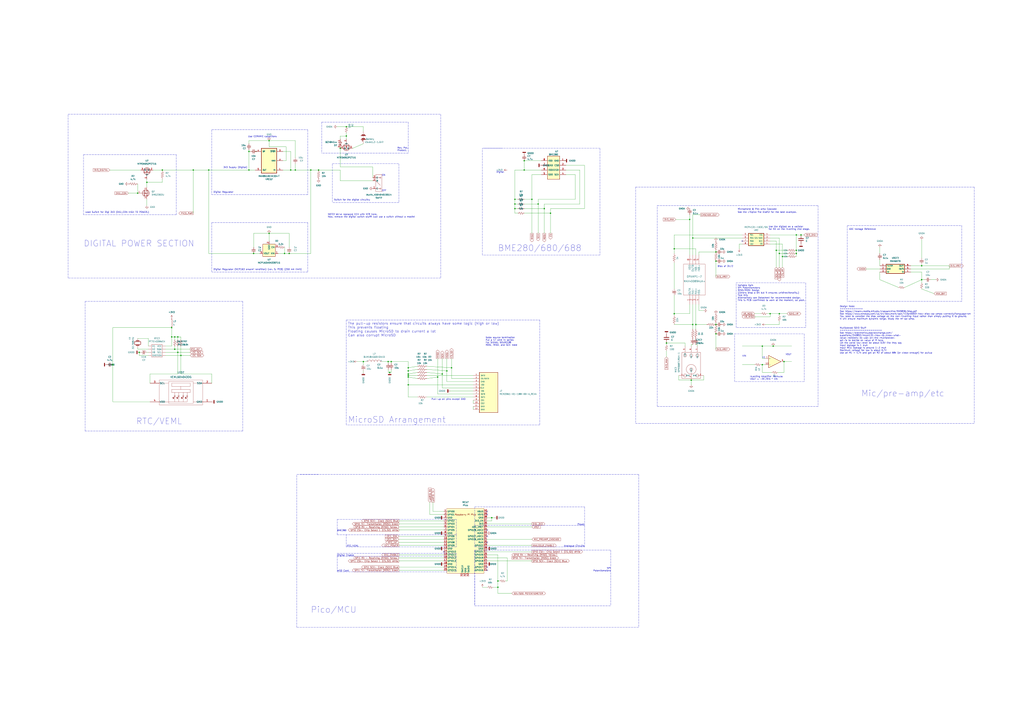
<source format=kicad_sch>
(kicad_sch (version 20211123) (generator eeschema)
  (paper "A1")
  (junction (at 335.28 308.61))
  (junction (at 588.01 274.32))
  (junction (at 146.05 289.56))
  (junction (at 242.57 139.7))
  (junction (at 588.01 214.63))
  (junction (at 148.59 292.1))
  (junction (at 640.08 208.28))
  (junction (at 568.96 195.58))
  (junction (at 233.68 208.28))
  (junction (at 335.28 302.26))
  (junction (at 553.72 257.81))
  (junction (at 436.88 163.83))
  (junction (at 220.98 115.57))
  (junction (at 553.72 204.47))
  (junction (at 643.89 297.18))
  (junction (at 143.51 276.86))
  (junction (at 403.86 425.45))
  (junction (at 335.28 309.88))
  (junction (at 654.05 193.04))
  (junction (at 408.94 482.6))
  (junction (at 143.51 287.02))
  (junction (at 626.11 284.48))
  (junction (at 133.35 139.7))
  (junction (at 422.91 171.45))
  (junction (at 370.84 302.26))
  (junction (at 657.86 193.04))
  (junction (at 588.01 266.7))
  (junction (at 571.5 266.7))
  (junction (at 261.62 139.7))
  (junction (at 654.05 205.74))
  (junction (at 363.22 307.34))
  (junction (at 114.3 289.56))
  (junction (at 654.05 208.28))
  (junction (at 208.28 208.28))
  (junction (at 642.62 210.82))
  (junction (at 298.45 297.18))
  (junction (at 284.48 104.14))
  (junction (at 238.76 139.7))
  (junction (at 637.54 205.74))
  (junction (at 320.04 306.07))
  (junction (at 567.69 312.42))
  (junction (at 255.27 139.7))
  (junction (at 146.05 276.86))
  (junction (at 204.47 124.46))
  (junction (at 447.04 171.45))
  (junction (at 452.12 175.26))
  (junction (at 367.03 304.8))
  (junction (at 158.75 139.7))
  (junction (at 756.92 218.44))
  (junction (at 441.96 167.64))
  (junction (at 359.41 309.88))
  (junction (at 284.48 111.76))
  (junction (at 204.47 139.7))
  (junction (at 279.4 121.92))
  (junction (at 756.92 229.87))
  (junction (at 632.46 257.81))
  (junction (at 120.65 149.86))
  (junction (at 588.01 207.01))
  (junction (at 335.28 307.34))
  (junction (at 140.97 276.86))
  (junction (at 140.97 269.24))
  (junction (at 635 284.48))
  (junction (at 566.42 180.34))
  (junction (at 335.28 304.8))
  (junction (at 547.37 281.94))
  (junction (at 422.91 167.64))
  (junction (at 237.49 208.28))
  (junction (at 422.91 163.83))
  (junction (at 626.11 299.72))
  (junction (at 408.94 477.52))
  (junction (at 318.77 297.18))
  (junction (at 640.08 257.81))
  (junction (at 220.98 191.77))
  (junction (at 113.03 158.75))
  (junction (at 171.45 139.7))
  (junction (at 568.96 266.7))
  (junction (at 321.31 297.18))
  (junction (at 335.28 316.23))
  (junction (at 430.53 139.7))
  (junction (at 92.71 299.72))
  (junction (at 430.53 132.08))
  (no_connect (at 364.49 453.39))
  (no_connect (at 400.05 440.69))
  (no_connect (at 400.05 468.63))
  (no_connect (at 400.05 422.91))
  (no_connect (at 609.6 198.12))
  (no_connect (at 400.05 420.37))
  (no_connect (at 400.05 466.09))
  (no_connect (at 400.05 445.77))
  (no_connect (at 400.05 435.61))
  (wire (pts (xy 626.11 284.48) (xy 635 284.48)))
  (wire (pts (xy 654.05 193.04) (xy 654.05 205.74)))
  (wire (pts (xy 318.77 306.07) (xy 320.04 306.07)))
  (wire (pts (xy 562.61 281.94) (xy 547.37 281.94)))
  (wire (pts (xy 756.92 237.49) (xy 767.08 241.3)))
  (wire (pts (xy 607.06 204.47) (xy 607.06 200.66)))
  (polyline (pts (xy 173.99 182.88) (xy 252.73 182.88)))
  (polyline (pts (xy 800.1 347.98) (xy 521.97 347.98)))
  (polyline (pts (xy 173.99 182.88) (xy 173.99 223.52)))
  (polyline (pts (xy 252.73 160.02) (xy 173.99 160.02)))
  (wire (pts (xy 756.92 196.85) (xy 756.92 212.09)))
  (wire (pts (xy 430.53 167.64) (xy 441.96 167.64)))
  (polyline (pts (xy 276.86 439.42) (xy 276.86 426.72)))
  (wire (pts (xy 642.62 200.66) (xy 642.62 210.82)))
  (wire (pts (xy 416.56 458.47) (xy 416.56 477.52)))
  (wire (pts (xy 363.22 318.77) (xy 388.62 318.77)))
  (polyline (pts (xy 660.4 313.69) (xy 603.25 313.69)))
  (wire (pts (xy 571.5 250.19) (xy 571.5 266.7)))
  (polyline (pts (xy 374.65 439.42) (xy 374.65 426.72)))
  (wire (pts (xy 359.41 294.64) (xy 359.41 309.88)))
  (wire (pts (xy 562.61 284.48) (xy 562.61 281.94)))
  (wire (pts (xy 220.98 120.65) (xy 220.98 115.57)))
  (wire (pts (xy 632.46 200.66) (xy 642.62 200.66)))
  (wire (pts (xy 609.6 193.04) (xy 553.72 193.04)))
  (wire (pts (xy 408.94 455.93) (xy 408.94 477.52)))
  (wire (pts (xy 92.71 299.72) (xy 92.71 269.24)))
  (wire (pts (xy 436.88 461.01) (xy 400.05 461.01)))
  (wire (pts (xy 566.42 176.53) (xy 566.42 180.34)))
  (wire (pts (xy 444.5 132.08) (xy 430.53 132.08)))
  (wire (pts (xy 619.76 260.35) (xy 632.46 260.35)))
  (wire (pts (xy 571.5 266.7) (xy 580.39 266.7)))
  (wire (pts (xy 234.95 132.08) (xy 234.95 120.65)))
  (wire (pts (xy 553.72 204.47) (xy 571.5 204.47)))
  (wire (pts (xy 629.92 257.81) (xy 632.46 257.81)))
  (wire (pts (xy 722.63 223.52) (xy 722.63 229.87)))
  (wire (pts (xy 403.86 427.99) (xy 403.86 425.45)))
  (wire (pts (xy 242.57 139.7) (xy 242.57 134.62)))
  (wire (pts (xy 756.92 229.87) (xy 756.92 232.41)))
  (polyline (pts (xy 661.67 232.41) (xy 661.67 269.24)))
  (polyline (pts (xy 389.89 497.84) (xy 501.65 497.84)))
  (wire (pts (xy 350.52 308.61) (xy 388.62 308.61)))
  (polyline (pts (xy 603.25 274.32) (xy 660.4 274.32)))
  (wire (pts (xy 722.63 213.36) (xy 722.63 218.44)))
  (wire (pts (xy 209.55 139.7) (xy 204.47 139.7)))
  (wire (pts (xy 335.28 309.88) (xy 342.9 311.15)))
  (polyline (pts (xy 374.65 426.72) (xy 276.86 426.72)))
  (polyline (pts (xy 243.84 515.62) (xy 243.84 389.89)))
  (polyline (pts (xy 199.39 247.65) (xy 199.39 354.33)))
  (polyline (pts (xy 480.06 431.8) (xy 389.89 431.8)))
  (wire (pts (xy 472.44 163.83) (xy 441.96 163.83)))
  (wire (pts (xy 574.04 250.19) (xy 574.04 255.27)))
  (wire (pts (xy 422.91 139.7) (xy 430.53 139.7)))
  (wire (pts (xy 436.88 453.39) (xy 400.05 453.39)))
  (polyline (pts (xy 361.95 228.6) (xy 55.88 228.6)))
  (polyline (pts (xy 603.25 313.69) (xy 603.25 274.32)))
  (polyline (pts (xy 396.24 209.55) (xy 396.24 121.92)))
  (wire (pts (xy 140.97 276.86) (xy 140.97 284.48)))
  (polyline (pts (xy 144.78 127) (xy 144.78 176.53)))
  (wire (pts (xy 367.03 294.64) (xy 367.03 304.8)))
  (wire (pts (xy 204.47 124.46) (xy 205.74 124.46)))
  (wire (pts (xy 452.12 175.26) (xy 452.12 171.45)))
  (wire (pts (xy 208.28 208.28) (xy 213.36 208.28)))
  (wire (pts (xy 284.48 111.76) (xy 284.48 114.3)))
  (wire (pts (xy 327.66 466.09) (xy 364.49 466.09)))
  (polyline (pts (xy 276.86 439.42) (xy 374.65 439.42)))
  (wire (pts (xy 400.05 433.07) (xy 436.88 433.07)))
  (polyline (pts (xy 69.85 354.33) (xy 69.85 247.65)))
  (wire (pts (xy 327.66 430.53) (xy 364.49 430.53)))
  (wire (pts (xy 464.82 143.51) (xy 472.44 143.51)))
  (wire (pts (xy 568.96 195.58) (xy 609.6 195.58)))
  (polyline (pts (xy 68.58 127) (xy 144.78 127)))
  (polyline (pts (xy 374.65 449.58) (xy 284.48 449.58)))
  (wire (pts (xy 335.28 302.26) (xy 335.28 304.8)))
  (wire (pts (xy 148.59 284.48) (xy 148.59 292.1)))
  (wire (pts (xy 359.41 323.85) (xy 388.62 323.85)))
  (wire (pts (xy 121.92 284.48) (xy 121.92 278.13)))
  (wire (pts (xy 452.12 171.45) (xy 480.06 171.45)))
  (wire (pts (xy 238.76 139.7) (xy 232.41 139.7)))
  (polyline (pts (xy 264.16 100.33) (xy 335.28 100.33)))
  (wire (pts (xy 405.13 482.6) (xy 408.94 482.6)))
  (wire (pts (xy 92.71 269.24) (xy 140.97 269.24)))
  (wire (pts (xy 321.31 297.18) (xy 335.28 297.18)))
  (polyline (pts (xy 389.89 449.58) (xy 480.06 449.58)))
  (polyline (pts (xy 492.76 209.55) (xy 396.24 209.55)))
  (wire (pts (xy 364.49 422.91) (xy 353.06 422.91)))
  (wire (pts (xy 350.52 303.53) (xy 367.03 304.8)))
  (wire (pts (xy 233.68 208.28) (xy 237.49 208.28)))
  (polyline (pts (xy 273.05 134.62) (xy 273.05 166.37)))
  (wire (pts (xy 146.05 289.56) (xy 146.05 307.34)))
  (wire (pts (xy 335.28 307.34) (xy 342.9 306.07)))
  (wire (pts (xy 567.69 284.48) (xy 567.69 283.21)))
  (wire (pts (xy 422.91 171.45) (xy 425.45 171.45)))
  (wire (pts (xy 220.98 198.12) (xy 220.98 191.77)))
  (wire (pts (xy 234.95 120.65) (xy 220.98 120.65)))
  (polyline (pts (xy 335.28 125.73) (xy 264.16 125.73)))
  (wire (pts (xy 640.08 257.81) (xy 646.43 257.81)))
  (wire (pts (xy 557.53 308.61) (xy 557.53 312.42)))
  (wire (pts (xy 92.71 330.2) (xy 92.71 299.72)))
  (wire (pts (xy 408.94 477.52) (xy 410.21 477.52)))
  (wire (pts (xy 632.46 257.81) (xy 640.08 257.81)))
  (wire (pts (xy 335.28 309.88) (xy 335.28 316.23)))
  (polyline (pts (xy 492.76 121.92) (xy 492.76 209.55)))
  (wire (pts (xy 143.51 279.4) (xy 143.51 276.86)))
  (wire (pts (xy 318.77 297.18) (xy 321.31 297.18)))
  (wire (pts (xy 158.75 139.7) (xy 171.45 139.7)))
  (wire (pts (xy 742.95 236.22) (xy 756.92 229.87)))
  (polyline (pts (xy 789.94 185.42) (xy 789.94 247.65)))
  (wire (pts (xy 237.49 208.28) (xy 255.27 208.28)))
  (wire (pts (xy 643.89 306.07) (xy 643.89 297.18)))
  (wire (pts (xy 261.62 139.7) (xy 279.4 139.7)))
  (wire (pts (xy 628.65 294.64) (xy 626.11 294.64)))
  (wire (pts (xy 400.05 427.99) (xy 403.86 427.99)))
  (wire (pts (xy 607.06 200.66) (xy 609.6 200.66)))
  (wire (pts (xy 143.51 276.86) (xy 146.05 276.86)))
  (wire (pts (xy 279.4 139.7) (xy 279.4 148.59)))
  (polyline (pts (xy 480.06 449.58) (xy 480.06 431.8)))
  (wire (pts (xy 367.03 304.8) (xy 367.03 313.69)))
  (polyline (pts (xy 173.99 106.68) (xy 252.73 106.68)))
  (polyline (pts (xy 389.89 452.12) (xy 501.65 452.12)))
  (wire (pts (xy 318.77 303.53) (xy 318.77 306.07)))
  (wire (pts (xy 298.45 304.8) (xy 298.45 306.07)))
  (wire (pts (xy 441.96 167.64) (xy 441.96 191.77)))
  (wire (pts (xy 403.86 425.45) (xy 400.05 425.45)))
  (wire (pts (xy 370.84 302.26) (xy 370.84 311.15)))
  (wire (pts (xy 327.66 440.69) (xy 364.49 440.69)))
  (wire (pts (xy 113.03 285.75) (xy 113.03 287.02)))
  (wire (pts (xy 234.95 132.08) (xy 232.41 132.08)))
  (polyline (pts (xy 800.1 153.67) (xy 800.1 347.98)))
  (wire (pts (xy 204.47 123.19) (xy 204.47 124.46)))
  (wire (pts (xy 327.66 455.93) (xy 364.49 455.93)))
  (wire (pts (xy 654.05 205.74) (xy 654.05 208.28)))
  (wire (pts (xy 228.6 208.28) (xy 233.68 208.28)))
  (wire (pts (xy 279.4 114.3) (xy 279.4 111.76)))
  (polyline (pts (xy 68.58 176.53) (xy 68.58 127)))
  (polyline (pts (xy 369.57 349.25) (xy 284.48 349.25)))
  (wire (pts (xy 370.84 311.15) (xy 388.62 311.15)))
  (wire (pts (xy 588.01 214.63) (xy 588.01 227.33)))
  (wire (pts (xy 635 284.48) (xy 650.24 284.48)))
  (polyline (pts (xy 276.86 457.2) (xy 276.86 454.66)))
  (wire (pts (xy 276.86 104.14) (xy 284.48 104.14)))
  (wire (pts (xy 135.89 287.02) (xy 143.51 287.02)))
  (wire (pts (xy 353.06 422.91) (xy 353.06 412.75)))
  (wire (pts (xy 463.55 132.08) (xy 464.82 132.08)))
  (wire (pts (xy 422.91 167.64) (xy 422.91 171.45)))
  (wire (pts (xy 400.05 448.31) (xy 436.88 448.31)))
  (wire (pts (xy 284.48 109.22) (xy 284.48 111.76)))
  (wire (pts (xy 572.77 283.21) (xy 571.5 283.21)))
  (wire (pts (xy 289.56 121.92) (xy 298.45 118.11)))
  (wire (pts (xy 140.97 276.86) (xy 143.51 276.86)))
  (polyline (pts (xy 389.89 452.12) (xy 389.89 497.84)))
  (polyline (pts (xy 361.95 93.98) (xy 361.95 228.6)))
  (polyline (pts (xy 521.97 153.67) (xy 521.97 347.98)))
  (polyline (pts (xy 389.89 452.12) (xy 389.89 497.84)))
  (wire (pts (xy 148.59 279.4) (xy 148.59 276.86)))
  (wire (pts (xy 208.28 191.77) (xy 220.98 191.77)))
  (wire (pts (xy 430.53 171.45) (xy 447.04 171.45)))
  (wire (pts (xy 415.29 477.52) (xy 416.56 477.52)))
  (wire (pts (xy 318.77 297.18) (xy 318.77 298.45)))
  (wire (pts (xy 158.75 139.7) (xy 158.75 175.26)))
  (wire (pts (xy 90.17 139.7) (xy 115.57 139.7)))
  (wire (pts (xy 547.37 283.21) (xy 547.37 281.94)))
  (wire (pts (xy 756.92 223.52) (xy 748.03 223.52)))
  (polyline (pts (xy 389.89 416.56) (xy 480.06 416.56)))
  (wire (pts (xy 626.11 299.72) (xy 628.65 299.72)))
  (polyline (pts (xy 144.78 176.53) (xy 68.58 176.53)))
  (wire (pts (xy 748.03 218.44) (xy 756.92 218.44)))
  (wire (pts (xy 208.28 203.2) (xy 208.28 191.77)))
  (wire (pts (xy 654.05 208.28) (xy 654.05 210.82)))
  (wire (pts (xy 335.28 316.23) (xy 388.62 316.23)))
  (wire (pts (xy 566.42 250.19) (xy 566.42 257.81)))
  (wire (pts (xy 626.11 306.07) (xy 633.73 306.07)))
  (wire (pts (xy 298.45 297.18) (xy 300.99 297.18)))
  (wire (pts (xy 335.28 302.26) (xy 342.9 300.99)))
  (wire (pts (xy 640.08 195.58) (xy 640.08 208.28)))
  (polyline (pts (xy 604.52 269.24) (xy 604.52 232.41)))
  (wire (pts (xy 554.99 180.34) (xy 566.42 180.34)))
  (wire (pts (xy 557.53 312.42) (xy 567.69 312.42)))
  (wire (pts (xy 335.28 304.8) (xy 335.28 307.34)))
  (wire (pts (xy 204.47 118.11) (xy 204.47 115.57)))
  (wire (pts (xy 567.69 283.21) (xy 568.96 283.21)))
  (wire (pts (xy 321.31 303.53) (xy 321.31 306.07)))
  (wire (pts (xy 452.12 191.77) (xy 452.12 175.26)))
  (wire (pts (xy 143.51 284.48) (xy 143.51 287.02)))
  (wire (pts (xy 408.94 487.68) (xy 420.37 487.68)))
  (wire (pts (xy 567.69 316.23) (xy 567.69 312.42)))
  (wire (pts (xy 120.65 168.91) (xy 120.65 163.83)))
  (wire (pts (xy 642.62 210.82) (xy 642.62 219.71)))
  (wire (pts (xy 173.99 307.34) (xy 173.99 314.96)))
  (wire (pts (xy 306.07 137.16) (xy 306.07 146.05)))
  (wire (pts (xy 359.41 309.88) (xy 359.41 323.85)))
  (wire (pts (xy 92.71 330.2) (xy 123.19 330.2)))
  (polyline (pts (xy 327.66 134.62) (xy 327.66 166.37)))
  (polyline (pts (xy 389.89 431.8) (xy 389.89 449.58)))
  (polyline (pts (xy 501.65 452.12) (xy 501.65 497.84)))
  (wire (pts (xy 553.72 257.81) (xy 553.72 242.57)))
  (wire (pts (xy 120.65 289.56) (xy 121.92 289.56)))
  (wire (pts (xy 568.96 195.58) (xy 568.96 209.55)))
  (wire (pts (xy 626.11 294.64) (xy 626.11 284.48)))
  (wire (pts (xy 632.46 193.04) (xy 654.05 193.04)))
  (wire (pts (xy 237.49 191.77) (xy 237.49 203.2)))
  (wire (pts (xy 327.66 445.77) (xy 364.49 445.77)))
  (wire (pts (xy 388.62 334.01) (xy 388.62 336.55)))
  (wire (pts (xy 553.72 208.28) (xy 553.72 204.47)))
  (wire (pts (xy 436.88 163.83) (xy 436.88 191.77)))
  (wire (pts (xy 400.05 443.23) (xy 436.88 443.23)))
  (polyline (pts (xy 661.67 269.24) (xy 604.52 269.24)))
  (wire (pts (xy 298.45 297.18) (xy 298.45 299.72)))
  (wire (pts (xy 121.92 278.13) (xy 113.03 278.13)))
  (wire (pts (xy 643.89 297.18) (xy 650.24 297.18)))
  (wire (pts (xy 637.54 198.12) (xy 632.46 198.12)))
  (wire (pts (xy 779.78 220.98) (xy 779.78 218.44)))
  (wire (pts (xy 571.5 266.7) (xy 571.5 270.51)))
  (wire (pts (xy 619.76 257.81) (xy 624.84 257.81)))
  (wire (pts (xy 632.46 260.35) (xy 632.46 257.81)))
  (wire (pts (xy 464.82 139.7) (xy 476.25 139.7)))
  (polyline (pts (xy 252.73 223.52) (xy 173.99 223.52)))
  (wire (pts (xy 279.4 121.92) (xy 279.4 137.16)))
  (wire (pts (xy 293.37 297.18) (xy 298.45 297.18)))
  (wire (pts (xy 657.86 193.04) (xy 660.4 193.04)))
  (wire (pts (xy 321.31 297.18) (xy 321.31 298.45)))
  (wire (pts (xy 204.47 139.7) (xy 204.47 124.46)))
  (wire (pts (xy 628.65 266.7) (xy 640.08 266.7)))
  (wire (pts (xy 113.03 151.13) (xy 113.03 158.75)))
  (wire (pts (xy 476.25 139.7) (xy 476.25 167.64)))
  (wire (pts (xy 363.22 307.34) (xy 363.22 318.77)))
  (wire (pts (xy 148.59 292.1) (xy 156.21 292.1)))
  (wire (pts (xy 171.45 208.28) (xy 171.45 139.7)))
  (wire (pts (xy 430.53 175.26) (xy 452.12 175.26)))
  (wire (pts (xy 567.69 312.42) (xy 577.85 312.42)))
  (wire (pts (xy 120.65 153.67) (xy 120.65 149.86)))
  (wire (pts (xy 255.27 139.7) (xy 261.62 139.7)))
  (polyline (pts (xy 374.65 454.66) (xy 374.65 457.2)))
  (wire (pts (xy 588.01 265.43) (xy 588.01 266.7)))
  (polyline (pts (xy 374.65 469.9) (xy 276.86 469.9)))
  (wire (pts (xy 135.89 292.1) (xy 148.59 292.1)))
  (polyline (pts (xy 397.51 121.92) (xy 492.76 121.92)))
  (wire (pts (xy 568.96 250.19) (xy 568.96 266.7)))
  (wire (pts (xy 350.52 326.39) (xy 388.62 326.39)))
  (wire (pts (xy 436.88 143.51) (xy 436.88 163.83)))
  (polyline (pts (xy 443.23 349.25) (xy 369.57 349.25)))
  (wire (pts (xy 367.03 313.69) (xy 388.62 313.69)))
  (polyline (pts (xy 389.89 431.8) (xy 389.89 416.56)))
  (wire (pts (xy 476.25 167.64) (xy 447.04 167.64)))
  (wire (pts (xy 327.66 468.63) (xy 364.49 468.63)))
  (wire (pts (xy 335.28 308.61) (xy 335.28 309.88)))
  (wire (pts (xy 756.92 229.87) (xy 756.92 223.52)))
  (polyline (pts (xy 374.65 454.66) (xy 276.86 454.66)))
  (wire (pts (xy 327.66 435.61) (xy 364.49 435.61)))
  (wire (pts (xy 146.05 284.48) (xy 146.05 289.56)))
  (wire (pts (xy 125.73 139.7) (xy 133.35 139.7)))
  (wire (pts (xy 279.4 111.76) (xy 284.48 111.76)))
  (wire (pts (xy 279.4 148.59) (xy 306.07 148.59)))
  (wire (pts (xy 233.68 208.28) (xy 233.68 203.2)))
  (wire (pts (xy 140.97 269.24) (xy 140.97 276.86)))
  (polyline (pts (xy 335.28 100.33) (xy 335.28 125.73)))
  (polyline (pts (xy 539.75 168.91) (xy 671.83 168.91)))
  (wire (pts (xy 210.82 124.46) (xy 209.55 124.46)))
  (wire (pts (xy 472.44 143.51) (xy 472.44 163.83)))
  (wire (pts (xy 298.45 104.14) (xy 284.48 104.14)))
  (wire (pts (xy 363.22 294.64) (xy 363.22 307.34)))
  (polyline (pts (xy 374.65 469.9) (xy 374.65 457.2)))
  (wire (pts (xy 255.27 208.28) (xy 255.27 139.7)))
  (wire (pts (xy 759.46 229.87) (xy 756.92 229.87)))
  (polyline (pts (xy 695.96 185.42) (xy 789.94 185.42)))
  (polyline (pts (xy 695.96 185.42) (xy 695.96 247.65)))
  (wire (pts (xy 220.98 191.77) (xy 237.49 191.77)))
  (wire (pts (xy 369.57 321.31) (xy 388.62 321.31)))
  (polyline (pts (xy 199.39 354.33) (xy 69.85 354.33)))
  (wire (pts (xy 335.28 307.34) (xy 335.28 308.61)))
  (wire (pts (xy 321.31 306.07) (xy 320.04 306.07)))
  (polyline (pts (xy 660.4 274.32) (xy 660.4 313.69)))
  (wire (pts (xy 638.81 306.07) (xy 643.89 306.07)))
  (polyline (pts (xy 374.65 439.42) (xy 374.65 449.58)))
  (wire (pts (xy 640.08 257.81) (xy 640.08 259.08)))
  (wire (pts (xy 422.91 163.83) (xy 425.45 163.83)))
  (wire (pts (xy 406.4 425.45) (xy 403.86 425.45)))
  (wire (pts (xy 422.91 171.45) (xy 422.91 175.26)))
  (polyline (pts (xy 789.94 247.65) (xy 695.96 247.65)))
  (polyline (pts (xy 396.24 121.92) (xy 412.75 121.92)))
  (wire (pts (xy 722.63 203.2) (xy 722.63 208.28)))
  (polyline (pts (xy 252.73 182.88) (xy 252.73 223.52)))
  (wire (pts (xy 327.66 458.47) (xy 364.49 458.47)))
  (wire (pts (xy 327.66 433.07) (xy 364.49 433.07)))
  (wire (pts (xy 711.2 220.98) (xy 722.63 220.98)))
  (wire (pts (xy 640.08 208.28) (xy 640.08 219.71)))
  (polyline (pts (xy 524.51 389.89) (xy 524.51 515.62)))
  (wire (pts (xy 327.66 461.01) (xy 364.49 461.01)))
  (wire (pts (xy 642.62 210.82) (xy 646.43 210.82)))
  (wire (pts (xy 572.77 284.48) (xy 572.77 283.21)))
  (polyline (pts (xy 55.88 228.6) (xy 55.88 93.98)))
  (wire (pts (xy 133.35 147.32) (xy 133.35 149.86)))
  (wire (pts (xy 637.54 198.12) (xy 637.54 205.74)))
  (wire (pts (xy 171.45 139.7) (xy 204.47 139.7)))
  (wire (pts (xy 444.5 143.51) (xy 436.88 143.51)))
  (wire (pts (xy 120.65 147.32) (xy 120.65 149.86)))
  (wire (pts (xy 350.52 306.07) (xy 363.22 307.34)))
  (polyline (pts (xy 284.48 262.89) (xy 284.48 349.25)))
  (polyline (pts (xy 671.83 168.91) (xy 671.83 334.01)))
  (polyline (pts (xy 284.48 449.58) (xy 284.48 439.42)))
  (wire (pts (xy 553.72 215.9) (xy 553.72 237.49)))
  (wire (pts (xy 577.85 312.42) (xy 577.85 308.61)))
  (wire (pts (xy 609.6 284.48) (xy 626.11 284.48)))
  (wire (pts (xy 143.51 287.02) (xy 156.21 287.02)))
  (polyline (pts (xy 246.38 389.89) (xy 524.51 389.89)))
  (polyline (pts (xy 374.65 457.2) (xy 276.86 457.2)))
  (polyline (pts (xy 284.48 262.89) (xy 443.23 262.89)))
  (wire (pts (xy 640.08 264.16) (xy 640.08 266.7)))
  (wire (pts (xy 105.41 158.75) (xy 113.03 158.75)))
  (wire (pts (xy 447.04 171.45) (xy 447.04 191.77)))
  (polyline (pts (xy 173.99 106.68) (xy 173.99 160.02)))
  (polyline (pts (xy 480.06 416.56) (xy 480.06 431.8)))
  (wire (pts (xy 568.96 176.53) (xy 575.31 176.53)))
  (wire (pts (xy 588.01 205.74) (xy 588.01 207.01)))
  (wire (pts (xy 400.05 455.93) (xy 408.94 455.93)))
  (wire (pts (xy 114.3 289.56) (xy 115.57 289.56)))
  (wire (pts (xy 135.89 284.48) (xy 140.97 284.48)))
  (wire (pts (xy 756.92 218.44) (xy 756.92 217.17)))
  (polyline (pts (xy 524.51 515.62) (xy 243.84 515.62)))
  (wire (pts (xy 553.72 259.08) (xy 553.72 257.81)))
  (wire (pts (xy 547.37 293.37) (xy 547.37 288.29)))
  (wire (pts (xy 447.04 167.64) (xy 447.04 171.45)))
  (wire (pts (xy 242.57 129.54) (xy 242.57 115.57)))
  (wire (pts (xy 480.06 135.89) (xy 480.06 171.45)))
  (wire (pts (xy 764.54 229.87) (xy 768.35 229.87)))
  (polyline (pts (xy 55.88 93.98) (xy 361.95 93.98)))
  (wire (pts (xy 571.5 204.47) (xy 571.5 209.55)))
  (wire (pts (xy 388.62 328.93) (xy 388.62 331.47)))
  (wire (pts (xy 637.54 205.74) (xy 646.43 205.74)))
  (wire (pts (xy 242.57 139.7) (xy 238.76 139.7)))
  (wire (pts (xy 422.91 139.7) (xy 422.91 163.83)))
  (polyline (pts (xy 327.66 166.37) (xy 273.05 166.37)))
  (polyline (pts (xy 273.05 134.62) (xy 327.66 134.62)))
  (polyline (pts (xy 243.84 389.89) (xy 261.62 389.89)))
  (wire (pts (xy 588.01 274.32) (xy 588.01 287.02)))
  (wire (pts (xy 335.28 297.18) (xy 335.28 302.26)))
  (polyline (pts (xy 521.97 153.67) (xy 800.1 153.67)))
  (wire (pts (xy 654.05 193.04) (xy 657.86 193.04)))
  (wire (pts (xy 242.57 139.7) (xy 255.27 139.7)))
  (wire (pts (xy 422.91 163.83) (xy 422.91 167.64)))
  (wire (pts (xy 350.52 311.15) (xy 359.41 309.88)))
  (wire (pts (xy 396.24 482.6) (xy 400.05 482.6)))
  (polyline (pts (xy 443.23 262.89) (xy 443.23 349.25)))
  (wire (pts (xy 640.08 208.28) (xy 646.43 208.28)))
  (wire (pts (xy 146.05 276.86) (xy 148.59 276.86)))
  (wire (pts (xy 146.05 289.56) (xy 156.21 289.56)))
  (wire (pts (xy 350.52 300.99) (xy 370.84 302.26)))
  (wire (pts (xy 574.04 207.01) (xy 588.01 207.01)))
  (wire (pts (xy 327.66 443.23) (xy 364.49 443.23)))
  (wire (pts (xy 441.96 163.83) (xy 441.96 167.64)))
  (polyline (pts (xy 604.52 232.41) (xy 661.67 232.41)))
  (wire (pts (xy 574.04 209.55) (xy 574.04 207.01)))
  (wire (pts (xy 121.92 292.1) (xy 114.3 292.1)))
  (wire (pts (xy 238.76 124.46) (xy 238.76 139.7)))
  (wire (pts (xy 232.41 124.46) (xy 238.76 124.46)))
  (wire (pts (xy 609.6 299.72) (xy 619.76 299.72)))
  (wire (pts (xy 148.59 307.34) (xy 173.99 307.34)))
  (wire (pts (xy 335.28 304.8) (xy 342.9 303.53)))
  (wire (pts (xy 204.47 115.57) (xy 220.98 115.57)))
  (wire (pts (xy 626.11 299.72) (xy 626.11 306.07)))
  (wire (pts (xy 327.66 448.31) (xy 364.49 448.31)))
  (wire (pts (xy 408.94 482.6) (xy 408.94 487.68)))
  (wire (pts (xy 370.84 294.64) (xy 370.84 302.26)))
  (wire (pts (xy 327.66 427.99) (xy 364.49 427.99)))
  (wire (pts (xy 148.59 292.1) (xy 148.59 307.34)))
  (wire (pts (xy 355.6 420.37) (xy 355.6 412.75)))
  (wire (pts (xy 748.03 220.98) (xy 779.78 220.98)))
  (wire (pts (xy 133.35 149.86) (xy 120.65 149.86)))
  (wire (pts (xy 430.53 163.83) (xy 436.88 163.83)))
  (wire (pts (xy 464.82 135.89) (xy 480.06 135.89)))
  (wire (pts (xy 146.05 279.4) (xy 146.05 276.86)))
  (wire (pts (xy 135.89 289.56) (xy 146.05 289.56)))
  (wire (pts (xy 779.78 218.44) (xy 756.92 218.44)))
  (wire (pts (xy 146.05 307.34) (xy 123.19 307.34)))
  (wire (pts (xy 123.19 307.34) (xy 123.19 314.96)))
  (wire (pts (xy 313.69 297.18) (xy 318.77 297.18)))
  (polyline (pts (xy 671.83 334.01) (xy 539.75 334.01)))
  (wire (pts (xy 114.3 292.1) (xy 114.3 289.56)))
  (polyline (pts (xy 276.86 469.9) (xy 276.86 457.2)))
  (wire (pts (xy 553.72 266.7) (xy 568.96 266.7)))
  (polyline (pts (xy 252.73 106.68) (xy 252.73 160.02)))
  (wire (pts (xy 400.05 430.53) (xy 436.88 430.53)))
  (wire (pts (xy 568.96 266.7) (xy 568.96 270.51)))
  (wire (pts (xy 242.57 115.57) (xy 220.98 115.57)))
  (wire (pts (xy 430.53 132.08) (xy 430.53 139.7)))
  (wire (pts (xy 722.63 229.87) (xy 737.87 236.22)))
  (wire (pts (xy 553.72 257.81) (xy 566.42 257.81)))
  (wire (pts (xy 574.04 255.27) (xy 577.85 255.27)))
  (wire (pts (xy 298.45 107.95) (xy 298.45 104.14)))
  (wire (pts (xy 430.53 139.7) (xy 444.5 139.7)))
  (wire (pts (xy 342.9 326.39) (xy 335.28 326.39)))
  (wire (pts (xy 422.91 167.64) (xy 425.45 167.64)))
  (wire (pts (xy 364.49 420.37) (xy 355.6 420.37)))
  (polyline (pts (xy 264.16 100.33) (xy 264.16 125.73)))
  (wire (pts (xy 408.94 477.52) (xy 408.94 482.6)))
  (polyline (pts (xy 69.85 247.65) (xy 199.39 247.65)))
  (wire (pts (xy 637.54 205.74) (xy 637.54 219.71)))
  (wire (pts (xy 133.35 139.7) (xy 158.75 139.7)))
  (wire (pts (xy 335.28 308.61) (xy 342.9 308.61)))
  (wire (pts (xy 553.72 193.04) (xy 553.72 204.47)))
  (wire (pts (xy 624.84 299.72) (xy 626.11 299.72)))
  (wire (pts (xy 568.96 176.53) (xy 568.96 195.58)))
  (wire (pts (xy 640.08 195.58) (xy 632.46 195.58)))
  (wire (pts (xy 422.91 175.26) (xy 425.45 175.26)))
  (wire (pts (xy 208.28 208.28) (xy 171.45 208.28)))
  (wire (pts (xy 400.05 458.47) (xy 416.56 458.47)))
  (wire (pts (xy 335.28 326.39) (xy 335.28 316.23)))
  (wire (pts (xy 279.4 137.16) (xy 306.07 137.16)))
  (polyline (pts (xy 539.75 334.01) (xy 539.75 168.91)))
  (wire (pts (xy 566.42 180.34) (xy 566.42 209.55)))
  (wire (pts (xy 113.03 287.02) (xy 121.92 287.02)))
  (text "Digital" (at 407.67 142.24 0) (effects (font (size 1.27 1.27)) (justify left bottom)))
  (text "Pico/MCU" (at 255.27 504.19 0) (effects (font (size 5 5)) (justify left bottom)))
  (text "Digital Enable" (at 290.83 457.2 180) (effects (font (size 1.27 1.27)) (justify right bottom)))
  (text "Digital Regulator (NCP163 onsemi rendition) (ver. 5. PCB) (250 mA limit)" (at 175.26 222.25 0) (effects (font (size 1.27 1.27)) (justify left bottom)))
  (text "Note: source termination\nPut a 47 ohm in series\nFor SIGNAL SOURCE!!!\nMOSI, MISO, and SCK need" (at 398.78 284.48 0) (effects (font (size 1.27 1.27)) (justify left bottom)))
  (text "Pull-up all pins except GND\n" (at 354.33 328.93 0) (effects (font (size 1.27 1.27)) (justify left bottom)))
  (text "Inverting Amplifier Formula:\nVOUT = -RF/RIN * VIN " (at 615.95 312.42 0) (effects (font (size 1.27 1.27)) (justify left bottom)))
  (text "BME280/680/688" (at 408.94 207.01 0) (effects (font (size 5 5)) (justify left bottom)))
  (text "Design Note: \n============\nSee https://resenv.media.mit.edu/classarchive/MAS836/bias.pdf \nSee https://www.renesas.com/us/en/document/apn/r13an0003-how-bias-op-amps-correctly?language=en\nYou need to consider the bias voltage on the non-inverting input rather than simply putting it to ground. \nIt will ensure maximum dynamic range. Study the mf op-amp." (at 689.61 262.89 0) (effects (font (size 1.27 1.27) italic) (justify left bottom)))
  (text "Load Switch for Digi 3V3 (DIGI_CON HIGH TO POWER.)" (at 69.85 175.26 0) (effects (font (size 1.27 1.27)) (justify left bottom)))
  (text "ADC Voltage Reference" (at 697.23 189.23 0) (effects (font (size 1.27 1.27)) (justify left bottom)))
  (text "RTC/VEML" (at 294.64 449.58 180) (effects (font (size 1.27 1.27)) (justify right bottom)))
  (text "RTC/VEML" (at 111.76 349.25 0) (effects (font (size 5 5)) (justify left bottom)))
  (text "VIN\n" (at 609.6 293.37 0) (effects (font (size 1.27 1.27)) (justify left bottom)))
  (text "BME280" (at 276.86 436.88 0) (effects (font (size 1.27 1.27)) (justify left bottom)))
  (text "See the LTSpice file Draft2 for the best example.\n" (at 605.79 175.26 0) (effects (font (size 1.27 1.27)) (justify left bottom)))
  (text "DIGITAL POWER SECTION" (at 68.58 203.2 0) (effects (font (size 5 5)) (justify left bottom)))
  (text "Use CERAMIC capacitors" (at 227.33 113.03 180) (effects (font (size 1.27 1.27)) (justify right bottom)))
  (text "Mic/pre-amp/etc" (at 707.39 326.39 0) (effects (font (size 5 5)) (justify left bottom)))
  (text "OFF" (at 313.69 157.48 0) (effects (font (size 1.27 1.27)) (justify left bottom)))
  (text "Switch for the digital circuitry" (at 274.32 165.1 0) (effects (font (size 1.27 1.27)) (justify left bottom)))
  (text "ON" (at 313.69 144.78 0) (effects (font (size 1.27 1.27)) (justify left bottom)))
  (text "Digital Regulator " (at 175.26 158.75 0) (effects (font (size 1.27 1.27)) (justify left bottom)))
  (text "Rev. Pol.\nProtect." (at 326.39 124.46 0) (effects (font (size 1.27 1.27)) (justify left bottom)))
  (text "Power" (at 480.06 431.8 180) (effects (font (size 1.27 1.27)) (justify right bottom)))
  (text "3V3 Supply (Digital)" (at 203.2 138.43 180) (effects (font (size 1.27 1.27)) (justify right bottom)))
  (text "Multiplexed SDIO Stuff\n======================\nSee https://electronics.stackexchange.com/\nquestions/240852/mcp4131-how-to-know-what-\nvalue-resistors-to-use-on-the-multiplexed-\nspi-io to decide on value of R here.\nLet the worst low-level be about 0.5V like they say\nInput leakage is 1 muA \nInput MCU leakage is around 1-2 muA\nMaximum voltage for low is about 0.7V\nUse an R1 = 4.7k and get an R2 of about 68k (or close-enough) for pullup\n" (at 689.61 290.83 0) (effects (font (size 1.27 1.27)) (justify left bottom)))
  (text "Variable Gain \nSPI Potentiometers\nMISO/MOSI Design \n(Zeners drop a bit but it ensures unidirectionality.) \nTest this\nAlternatively see Datasheet for recommended design.\nThis is PCB-confirmed to work at the moment, so yeah." (at 605.79 247.65 0) (effects (font (size 1.27 1.27)) (justify left bottom)))
  (text "The pull-up resistors ensure that circuits always have some logic (high or low)\nThis prevents floating\nFloating causes MicroSD to drain current a lot\nCan also corrupt MicroSD" (at 285.75 276.86 0) (effects (font (size 2 2)) (justify left bottom)))
  (text "Analogue Circuits" (at 480.06 449.58 180) (effects (font (size 1.27 1.27)) (justify right bottom)))
  (text "mSD Card" (at 276.86 469.9 0) (effects (font (size 1.27 1.27)) (justify left bottom)))
  (text "\nSPI\nPotentiometers" (at 501.65 469.9 180) (effects (font (size 1.27 1.27)) (justify right bottom)))
  (text "NOTE! We've replaced ECH with NTR here. \nNow, remove the digital switch stuff! Just use a switch without a mosfet" (at 269.24 179.07 0) (effects (font (size 1.27 1.27)) (justify left bottom)))
  (text "V1" (at 626.11 294.64 0) (effects (font (size 1.27 1.27)) (justify left bottom)))
  (text "Use the digipot as a varistor \nfor R2 on the inverting 2nd stage.\n" (at 631.19 189.23 0) (effects (font (size 1.27 1.27)) (justify left bottom)))
  (text "MicroSD Arrangement" (at 285.75 347.98 0) (effects (font (size 5 5)) (justify left bottom)))
  (text "Microphone & Pre-amp Cascade" (at 605.79 172.72 0) (effects (font (size 1.27 1.27)) (justify left bottom)))
  (text "VOUT\n" (at 645.16 292.1 0) (effects (font (size 1.27 1.27)) (justify left bottom)))
  (text "Bias of 3V/2" (at 589.28 219.71 0) (effects (font (size 1.27 1.27)) (justify left bottom)))
  (global_label "VR_MOSI" (shape input) (at 619.76 257.81 180) (effects (font italic)) (property "Intersheet References" "${INTERSHEET_REFS}" (effects hide)))
  (global_label "SPI0 CSn- Chip Select 1 (CS_SD) White" (shape output) (at 327.66 435.61 180) (property "Intersheet References" "${INTERSHEET_REFS}" (effects hide)))
  (global_label "RTC_INT" (shape bidirectional) (at 327.66 445.77 180) (property "Intersheet References" "${INTERSHEET_REFS}" (effects hide)))
  (global_label "SPI0 CSn- Chip Select 1 (CS_SD) White" (shape output) (at 436.88 453.39 0) (property "Intersheet References" "${INTERSHEET_REFS}" (effects hide)))
  (global_label "VR_MISO" (shape output) (at 619.76 260.35 180) (effects (font italic)) (property "Intersheet References" "${INTERSHEET_REFS}" (effects hide)))
  (global_label "3V3_VREF" (shape output) (at 588.01 227.33 0) (property "Intersheet References" "${INTERSHEET_REFS}" (effects hide)))
  (global_label "RTC_INT" (shape output) (at 156.21 287.02 0) (property "Intersheet References" "${INTERSHEET_REFS}" (effects hide)))
  (global_label "MISO" (shape output) (at 359.41 294.64 90) (property "Intersheet References" "${INTERSHEET_REFS}" (effects hide)))
  (global_label "ANA_BAT" (shape input) (at 767.08 241.3 0) (property "Intersheet References" "${INTERSHEET_REFS}" (effects hide)))
  (global_label "UART0 TX" (shape output) (at 355.6 412.75 90) (property "Intersheet References" "${INTERSHEET_REFS}" (effects hide)))
  (global_label "CS_SD" (shape output) (at 370.84 294.64 90) (property "Intersheet References" "${INTERSHEET_REFS}" (effects hide)))
  (global_label "SDI{slash}SDO POTENTIOMETER" (shape bidirectional) (at 420.37 487.68 0) (property "Intersheet References" "${INTERSHEET_REFS}" (effects hide)))
  (global_label "I2C SDA" (shape bidirectional) (at 156.21 292.1 0) (property "Intersheet References" "${INTERSHEET_REFS}" (effects hide)))
  (global_label "3V3_ANA" (shape input) (at 554.99 180.34 180) (property "Intersheet References" "${INTERSHEET_REFS}" (effects hide)))
  (global_label "MOSI" (shape output) (at 367.03 294.64 90) (property "Intersheet References" "${INTERSHEET_REFS}" (effects hide)))
  (global_label "ANALOGUE_ENABLE" (shape output) (at 436.88 448.31 0) (property "Intersheet References" "${INTERSHEET_REFS}" (effects hide)))
  (global_label "CS_VR" (shape input) (at 642.62 219.71 270) (property "Intersheet References" "${INTERSHEET_REFS}" (effects hide)))
  (global_label "SPI0 RX - Receiving (MISO) Yellow" (shape input) (at 327.66 433.07 180) (property "Intersheet References" "${INTERSHEET_REFS}" (effects hide)))
  (global_label "SPI1 TX- Transmission (MOSI) Green" (shape output) (at 327.66 468.63 180) (property "Intersheet References" "${INTERSHEET_REFS}" (effects hide)))
  (global_label "GNDA" (shape output) (at 711.2 220.98 180) (property "Intersheet References" "${INTERSHEET_REFS}" (effects hide)))
  (global_label "DIGI_CON" (shape input) (at 105.41 158.75 180) (property "Intersheet References" "${INTERSHEET_REFS}" (effects hide)))
  (global_label "SPI0 RX - Receiving (MISO) Yellow" (shape input) (at 420.37 455.93 0) (property "Intersheet References" "${INTERSHEET_REFS}" (effects hide)))
  (global_label "I2C1_SDA" (shape input) (at 327.66 440.69 180) (property "Intersheet References" "${INTERSHEET_REFS}" (effects hide)))
  (global_label "SPI1 RX - Receiving (MISO) Yellow" (shape input) (at 327.66 458.47 180) (property "Intersheet References" "${INTERSHEET_REFS}" (effects hide)))
  (global_label "3V3_ANA" (shape input) (at 547.37 293.37 270) (property "Intersheet References" "${INTERSHEET_REFS}" (effects hide)))
  (global_label "MOSI" (shape output) (at 447.04 191.77 270) (property "Intersheet References" "${INTERSHEET_REFS}" (effects hide)))
  (global_label "SDIO_VR" (shape bidirectional) (at 640.08 219.71 270) (property "Intersheet References" "${INTERSHEET_REFS}" (effects hide)))
  (global_label "MIC_PREAMP_CASCADE" (shape input) (at 436.88 443.23 0) (property "Intersheet References" "${INTERSHEET_REFS}" (effects hide)))
  (global_label "SCK_VR" (shape input) (at 637.54 219.71 270) (property "Intersheet References" "${INTERSHEET_REFS}" (effects hide)))
  (global_label "I2C SCK" (shape input) (at 156.21 289.56 0) (property "Intersheet References" "${INTERSHEET_REFS}" (effects hide)))
  (global_label "SPI0 SCK- Clock (SCK) Blue" (shape output) (at 436.88 461.01 0) (property "Intersheet References" "${INTERSHEET_REFS}" (effects hide)))
  (global_label "SCK" (shape output) (at 441.96 191.77 270) (property "Intersheet References" "${INTERSHEET_REFS}" (effects hide)))
  (global_label "VREF" (shape input) (at 436.88 433.07 0) (property "Intersheet References" "${INTERSHEET_REFS}" (effects hide)))
  (global_label "SPI0 TX- Transmission (MOSI) Green" (shape output) (at 420.37 458.47 0) (property "Intersheet References" "${INTERSHEET_REFS}" (effects hide)))
  (global_label "UART0 RX" (shape input) (at 353.06 412.75 90) (property "Intersheet References" "${INTERSHEET_REFS}" (effects hide)))
  (global_label "3V3_DIGI" (shape input) (at 660.4 193.04 0) (property "Intersheet References" "${INTERSHEET_REFS}" (effects hide)))
  (global_label "SPI1 SCK- Clock (SCK) Blue" (shape output) (at 327.66 466.09 180) (property "Intersheet References" "${INTERSHEET_REFS}" (effects hide)))
  (global_label "SCK" (shape output) (at 363.22 294.64 90) (property "Intersheet References" "${INTERSHEET_REFS}" (effects hide)))
  (global_label "3V3_VREF" (shape output) (at 779.78 218.44 0) (property "Intersheet References" "${INTERSHEET_REFS}" (effects hide)))
  (global_label "SPI1 CSn- Chip Select 1 (CS_SD) White" (shape output) (at 327.66 461.01 180) (property "Intersheet References" "${INTERSHEET_REFS}" (effects hide)))
  (global_label "MISO" (shape output) (at 436.88 191.77 270) (property "Intersheet References" "${INTERSHEET_REFS}" (effects hide)))
  (global_label "3V3_DIGITAL" (shape input) (at 90.17 139.7 180) (property "Intersheet References" "${INTERSHEET_REFS}" (effects hide)))
  (global_label "DIGI_3V3" (shape output) (at 436.88 430.53 0) (property "Intersheet References" "${INTERSHEET_REFS}" (effects hide)))
  (global_label "3V3_VREF" (shape output) (at 588.01 287.02 0) (property "Intersheet References" "${INTERSHEET_REFS}" (effects hide)))
  (global_label "SDIO_VR" (shape bidirectional) (at 646.43 257.81 0) (property "Intersheet References" "${INTERSHEET_REFS}" (effects hide)))
  (global_label "PICO_PWR" (shape output) (at 158.75 175.26 180) (property "Intersheet References" "${INTERSHEET_REFS}" (effects hide)))
  (global_label "I2C1_POWER" (shape output) (at 327.66 448.31 180) (property "Intersheet References" "${INTERSHEET_REFS}" (effects hide)))
  (global_label "SPI0 SCK- Clock (SCK) Blue" (shape output) (at 327.66 427.99 180) (property "Intersheet References" "${INTERSHEET_REFS}" (effects hide)))
  (global_label "I2C1_SCL" (shape input) (at 327.66 443.23 180) (property "Intersheet References" "${INTERSHEET_REFS}" (effects hide)))
  (global_label "CASCADE_OUT" (shape output) (at 575.31 176.53 0) (property "Intersheet References" "${INTERSHEET_REFS}" (effects hide)))
  (global_label "SPI0 TX- Transmission (MOSI) Green" (shape output) (at 327.66 430.53 180) (property "Intersheet References" "${INTERSHEET_REFS}" (effects hide)))
  (global_label "CS" (shape output) (at 452.12 191.77 270) (property "Intersheet References" "${INTERSHEET_REFS}" (effects hide)))
  (global_label "DIGI_ENABLE" (shape output) (at 327.66 455.93 180) (property "Intersheet References" "${INTERSHEET_REFS}" (effects hide)))
  (symbol (lib_id "power:+3V3") (at 628.65 266.7 90) (unit 1)
    (property "Reference" "#PWR?" (effects hide))
    (property "Value" "+3V3" (at 624.84 266.6999 90) (effects (justify left)))
  )
  (symbol (lib_id "Device:C_Small") (at 90.17 299.72 270) (unit 1)
    (property "Reference" "C?" (at 90.1636 293.37 90))
    (property "Value" "4.7u" (at 90.1636 295.91 90))
  )
  (symbol (lib_id "Device:C_Small") (at 590.55 207.01 90) (unit 1)
    (property "Reference" "C?" (effects hide))
    (property "Value" "10u" (at 593.09 204.47 90))
  )
  (symbol (lib_id "Device:R_Small_US") (at 284.48 106.68 180) (unit 1)
    (property "Reference" "R?" (at 289.56 101.6 90) (effects (justify left)))
    (property "Value" "100" (at 287.02 101.6 90) (effects (justify left)))
  )
  (symbol (lib_id "power:GNDA") (at 593.09 274.32 90) (unit 1)
    (property "Reference" "#PWR?" (effects hide))
    (property "Value" "GNDA" (at 596.9 274.3199 90) (effects (justify right)))
  )
  (symbol (lib_id "power:GNDA") (at 566.42 171.45 270) (unit 1)
    (property "Reference" "#PWR?" (effects hide))
    (property "Value" "GNDA" (at 562.61 171.4499 90) (effects (justify right)))
  )
  (symbol (lib_id "power:GNDA") (at 276.86 104.14 270) (unit 1)
    (property "Reference" "#PWR?" (effects hide))
    (property "Value" "GNDA" (at 273.05 104.1401 90) (effects (justify right)))
  )
  (symbol (lib_id "MCU_RaspberryPi_and_Boards:Pico") (at 382.27 444.5 0) (unit 1)
    (property "Reference" "MCU?" (at 382.27 412.75 0))
    (property "Value" "Pico" (at 382.27 415.29 0))
    (property "Footprint" "RPi_Pico:RPi_Pico_SMD_TH" (effects hide))
  )
  (symbol (lib_id "Device:L") (at 140.97 265.43 0) (unit 1)
    (property "Reference" "L?" (at 142.24 264.1599 0) (effects (justify left)))
    (property "Value" "L" (at 142.24 266.6999 0) (effects (justify left)))
  )
  (symbol (lib_id "Device:Battery") (at 298.45 113.03 180) (unit 1)
    (property "Reference" "V3xAA1.2-1.5V?" (at 314.96 116.84 0) (effects (justify left)))
    (property "Value" "Battery" (at 307.34 114.3 0) (effects (justify left)))
  )
  (symbol (lib_id "power:GNDA") (at 768.35 229.87 90) (unit 1)
    (property "Reference" "#PWR?" (effects hide))
    (property "Value" "GNDA" (at 772.16 229.8699 90) (effects (justify right)))
  )
  (symbol (lib_id "power:GND") (at 261.62 147.32 0) (unit 1)
    (property "Reference" "#PWR?" (effects hide))
    (property "Value" "GND" (at 261.62 152.4 0))
  )
  (symbol (lib_id "power:GNDD") (at 369.57 321.31 270) (unit 1)
    (property "Reference" "#PWR?" (effects hide))
    (property "Value" "GNDD" (at 365.76 321.3099 90) (effects (justify right)))
  )
  (symbol (lib_id "power:+3V3") (at 607.06 204.47 180) (unit 1)
    (property "Reference" "#PWR?" (effects hide))
    (property "Value" "+3V3" (at 607.06 209.55 0))
  )
  (symbol (lib_id "power:GNDD") (at 364.49 425.45 270) (unit 1)
    (property "Reference" "#PWR?" (effects hide))
    (property "Value" "GNDD" (at 356.87 425.45 90) (effects (justify left)))
  )
  (symbol (lib_id "pspice:INDUCTOR") (at 307.34 297.18 0) (unit 1)
    (property "Reference" "L?" (at 307.34 290.83 0))
    (property "Value" "BLM18HG601SN1D" (at 307.34 293.37 0))
  )
  (symbol (lib_id "Device:C_Small") (at 204.47 120.65 180) (unit 1)
    (property "Reference" "C?" (at 201.93 121.9138 0) (effects (justify left)))
    (property "Value" "10u" (at 201.93 119.3738 0) (effects (justify left)))
  )
  (symbol (lib_id "Device:C_Small") (at 321.31 300.99 0) (unit 1)
    (property "Reference" "C?" (at 323.85 299.7262 0) (effects (justify left)))
    (property "Value" "10u" (at 323.85 302.2662 0) (effects (justify left)))
  )
  (symbol (lib_id "Device:C_Polarized_Small_US") (at 298.45 302.26 0) (unit 1)
    (property "Reference" "C?" (at 300.99 300.5581 0) (effects (justify left)))
    (property "Value" "10u" (at 300.99 303.0981 0) (effects (justify left)))
  )
  (symbol (lib_id "Device:R_Small_US") (at 427.99 163.83 270) (unit 1)
    (property "Reference" "R?" (at 427.99 157.48 90))
    (property "Value" "10k" (at 427.99 160.02 90))
  )
  (symbol (lib_id "Device:R_Small_US") (at 636.27 306.07 90) (unit 1)
    (property "Reference" "V?" (effects hide))
    (property "Value" "RF" (at 636.27 309.88 0) (effects (justify left)))
  )
  (symbol (lib_id "Device:R_Small_US") (at 148.59 281.94 0) (unit 1)
    (property "Reference" "R?" (at 151.13 280.6699 0) (effects (justify left)))
    (property "Value" "10k" (at 151.13 283.2099 0) (effects (justify left)))
  )
  (symbol (lib_id "power:GNDA") (at 588.01 198.12 180) (unit 1)
    (property "Reference" "#PWR?" (effects hide))
    (property "Value" "GNDA" (at 590.55 196.8499 0) (effects (justify right)))
  )
  (symbol (lib_id "PT7C4339WEX:PT7C4339WEX") (at 128.27 280.67 0) (unit 1)
    (property "Reference" "RTC?" (at 128.905 278.13 0))
    (property "Value" "PT7C4339WEX" (at 128.905 280.67 0))
  )
  (symbol (lib_id "power:GNDD") (at 463.55 132.08 90) (unit 1)
    (property "Reference" "#PWR?" (effects hide))
    (property "Value" "GNDD" (at 467.36 132.0799 90) (effects (justify right)))
  )
  (symbol (lib_id "Device:C") (at 547.37 278.13 0) (unit 1)
    (property "Reference" "C?" (at 551.18 276.8599 0) (effects (justify left)))
    (property "Value" "C" (at 551.18 279.3999 0) (effects (justify left)))
  )
  (symbol (lib_id "Device:R_US") (at 650.24 210.82 270) (unit 1)
    (property "Reference" "R?" (effects hide))
    (property "Value" "10k" (at 645.16 210.82 90))
  )
  (symbol (lib_id "power:+3V3") (at 416.56 139.7 90) (unit 1)
    (property "Reference" "#PWR?" (effects hide))
    (property "Value" "+3V3" (at 412.75 139.6999 90) (effects (justify left)))
  )
  (symbol (lib_id "Device:R_US") (at 346.71 306.07 270) (unit 1)
    (property "Reference" "R?" (at 350.52 290.83 90) (effects (justify right)))
    (property "Value" "10k" (at 350.52 293.37 90) (effects (justify right)))
  )
  (symbol (lib_id "Device:C_Small") (at 722.63 210.82 0) (unit 1)
    (property "Reference" "C?" (at 725.17 209.5562 0) (effects (justify left)))
    (property "Value" "0.1u" (at 725.17 212.0962 0) (effects (justify left)))
  )
  (symbol (lib_id "Device:R_Small_US") (at 622.3 299.72 90) (unit 1)
    (property "Reference" "V?" (at 623.57 304.8 0) (effects (justify left)))
    (property "Value" "RIN" (at 621.03 304.8 0) (effects (justify left)))
  )
  (symbol (lib_id "Device:C_Polarized_Small_US") (at 553.72 240.03 180) (unit 1)
    (property "Reference" "C?" (at 556.26 238.76 0) (effects (justify right)))
    (property "Value" "10u" (at 556.26 241.3 0) (effects (justify right)))
  )
  (symbol (lib_id "Device:R_US") (at 109.22 151.13 90) (unit 1)
    (property "Reference" "R?" (at 109.22 144.78 90))
    (property "Value" "4.7k" (at 109.22 147.32 90))
  )
  (symbol (lib_id "MAX8510EXK33T:MAX8510EXK33T") (at 214.63 132.08 180) (unit 1)
    (property "Reference" "VREG?" (at 220.98 147.32 0))
    (property "Value" "MAX8510EXK33+T" (at 220.98 144.78 0))
    (property "Footprint" "SOT65P210X110-5N" (effects hide))
  )
  (symbol (lib_id "Device:R_Small_US") (at 756.92 234.95 180) (unit 1)
    (property "Reference" "R?" (at 759.46 233.6799 0) (effects (justify right)))
    (property "Value" "330" (at 759.46 236.2199 0) (effects (justify right)))
  )
  (symbol (lib_id "power:+3V3") (at 140.97 261.62 0) (unit 1)
    (property "Reference" "#PWR?" (effects hide))
    (property "Value" "+3V3" (at 140.97 256.54 0))
  )
  (symbol (lib_id "Device:R_US") (at 346.71 326.39 90) (unit 1)
    (property "Reference" "R?" (at 346.71 328.93 90))
    (property "Value" "10k" (at 345.44 331.47 90))
  )
  (symbol (lib_id "Device:R_US") (at 553.72 262.89 180) (unit 1)
    (property "Reference" "R?" (effects hide))
    (property "Value" "22k" (at 556.26 262.89 90))
  )
  (symbol (lib_id "Device:R_Small_US") (at 627.38 257.81 90) (unit 1)
    (property "Reference" "R?" (at 627.38 251.46 90))
    (property "Value" "4.7k" (at 627.38 254 90))
  )
  (symbol (lib_id "Device:C_Small") (at 237.49 205.74 180) (unit 1)
    (property "Reference" "C?" (at 243.84 205.74 0) (effects (justify left)))
    (property "Value" "1u" (at 243.84 203.2 0) (effects (justify left)))
  )
  (symbol (lib_id "Device:R_Small_US") (at 427.99 171.45 270) (unit 1)
    (property "Reference" "R?" (at 427.99 165.1 90))
    (property "Value" "10k" (at 427.99 167.64 90))
  )
  (symbol (lib_id "Device:C_Small") (at 566.42 173.99 0) (unit 1)
    (property "Reference" "C?" (at 568.96 172.7262 0) (effects (justify left)))
    (property "Value" "0.1u" (at 568.96 175.2662 0) (effects (justify left)))
  )
  (symbol (lib_id "power:GNDA") (at 567.69 316.23 0) (unit 1)
    (property "Reference" "#PWR?" (effects hide))
    (property "Value" "GNDA" (at 567.69 321.31 0))
  )
  (symbol (lib_id "Device:R_US") (at 346.71 308.61 90) (unit 1)
    (property "Reference" "R?" (at 353.06 293.37 90))
    (property "Value" "10k" (at 353.06 295.91 90))
  )
  (symbol (lib_id "power:GNDA") (at 577.85 255.27 90) (unit 1)
    (property "Reference" "#PWR?" (effects hide))
    (property "Value" "GNDA" (at 575.31 252.73 90) (effects (justify right)))
  )
  (symbol (lib_id "Device:C_Small") (at 762 229.87 90) (unit 1)
    (property "Reference" "C?" (at 762.0063 223.52 90))
    (property "Value" "10u" (at 762.0063 226.06 90))
  )
  (symbol (lib_id "Device:R_US") (at 553.72 212.09 180) (unit 1)
    (property "Reference" "R?" (effects hide))
    (property "Value" "1k" (at 556.26 212.09 90))
  )
  (symbol (lib_id "Device:R_Small_US") (at 427.99 175.26 270) (unit 1)
    (property "Reference" "R?" (at 427.99 168.91 90))
    (property "Value" "10k" (at 427.99 171.45 90))
  )
  (symbol (lib_id "power:GNDA") (at 588.01 257.81 180) (unit 1)
    (property "Reference" "#PWR?" (effects hide))
    (property "Value" "GNDA" (at 590.55 256.5399 0) (effects (justify right)))
  )
  (symbol (lib_id "Device:R_US") (at 650.24 208.28 270) (unit 1)
    (property "Reference" "R?" (effects hide))
    (property "Value" "10k" (at 645.16 208.28 90))
  )
  (symbol (lib_id "Device:R_Small_US") (at 143.51 281.94 0) (unit 1)
    (property "Reference" "R?" (at 148.59 283.21 0) (effects (justify right)))
    (property "Value" "10k" (at 148.59 280.67 0) (effects (justify right)))
  )
  (symbol (lib_id "power:GNDD") (at 400.05 450.85 90) (unit 1)
    (property "Reference" "#PWR?" (effects hide))
    (property "Value" "GNDD" (at 402.59 450.85 90) (effects (justify right)))
  )
  (symbol (lib_id "Device:R_Small_US") (at 412.75 477.52 270) (unit 1)
    (property "Reference" "R?" (at 412.75 471.17 90))
    (property "Value" "4.7k" (at 412.75 473.71 90))
  )
  (symbol (lib_id "MCP4131-103E_SN:MCP4131-103E{slash}SN") (at 621.03 196.85 180) (unit 1)
    (property "Reference" "VR?" (at 621.03 189.23 0))
    (property "Value" "MCP4131-103E/SN" (at 621.03 186.69 0))
    (property "Footprint" "SOIC127P599X175-8N" (effects hide))
  )
  (symbol (lib_id "power:GNDD") (at 547.37 274.32 180) (unit 1)
    (property "Reference" "#PWR?" (effects hide))
    (property "Value" "GNDD" (at 549.91 273.2404 0) (effects (justify right)))
  )
  (symbol (lib_id "SPM0687LR5H-1:SPM0687LR5H-1") (at 567.69 300.99 0) (unit 1)
    (property "Reference" "MIC?" (at 554.99 306.1207 90) (effects (justify left)))
    (property "Value" "SPM0687LR5H-1" (at 557.53 306.1207 90) (effects (justify left)))
  )
  (symbol (lib_id "MAX6070:MAX6070") (at 735.33 219.71 0) (unit 1)
    (property "Reference" "VREF?" (at 735.33 212.09 0))
    (property "Value" "MAX6070" (at 735.33 214.63 0))
  )
  (symbol (lib_id "Sensor:BME280") (at 454.66 138.43 0) (unit 1)
    (property "Reference" "U?" (at 458.47 124.46 0) (effects (justify right)))
    (property "Value" "BME280" (at 458.47 127 0) (effects (justify right)))
    (property "Footprint" "Package_LGA:Bosch_LGA-8_2.5x2.5mm_P0.65mm_ClockwisePinNumbering" (effects hide))
    (property "Datasheet" "https://ae-bst.resource.bosch.com/media/_tech/media/datasheets/BST-BME280-DS002.pdf" (effects hide))
  )
  (symbol (lib_id "MEM2061-01-188-00-A_REVA:MEM2061-01-188-00-A_REVA") (at 393.7 321.31 0) (unit 1)
    (property "Reference" "J?" (at 410.21 321.3099 0) (effects (justify left)))
    (property "Value" "MEM2061-01-188-00-A_REVA" (at 410.21 323.8499 0) (effects (justify left)))
    (property "Footprint" "GCT_MEM2061-01-188-00-A_REVA" (effects hide))
    (property "MANUFACTURER" "GCT" (effects hide))
  )
  (symbol (lib_id "MAX40089AUA+:MAX40089AUA+") (at 566.42 250.19 90) (unit 1)
    (property "Reference" "OPAMP1-?" (at 563.88 227.33 90) (effects (font (size 1.524 1.524)) (justify right)))
    (property "Value" "MAX40089AUA+" (at 561.34 231.14 90) (effects (font (size 1.524 1.524)) (justify right)))
    (property "Footprint" "21-0036K_MXM" (effects hide))
  )
  (symbol (lib_id "Device:C_Small") (at 318.77 300.99 0) (unit 1)
    (property "Reference" "C?" (at 309.88 299.72 0) (effects (justify left)))
    (property "Value" "0.1u" (at 309.88 302.26 0) (effects (justify left)))
  )
  (symbol (lib_id "Device:C") (at 657.86 196.85 0) (unit 1)
    (property "Reference" "C?" (at 661.67 195.5799 0) (effects (justify left)))
    (property "Value" "C" (at 661.67 198.1199 0) (effects (justify left)))
  )
  (symbol (lib_id "power:GNDA") (at 593.09 207.01 90) (unit 1)
    (property "Reference" "#PWR?" (effects hide))
    (property "Value" "GNDA" (at 596.9 207.0099 90) (effects (justify right)))
  )
  (symbol (lib_id "Device:R_US") (at 588.01 201.93 180) (unit 1)
    (property "Reference" "R?" (effects hide))
    (property "Value" "10k" (at 585.47 201.93 90))
  )
  (symbol (lib_id "Device:R_Small_US") (at 146.05 281.94 0) (unit 1)
    (property "Reference" "R?" (at 148.59 280.6699 0) (effects (justify left)))
    (property "Value" "10k" (at 148.59 283.2099 0) (effects (justify left)))
  )
  (symbol (lib_id "power:GNDD") (at 430.53 127 180) (unit 1)
    (property "Reference" "#PWR?" (effects hide))
    (property "Value" "GNDD" (at 433.07 125.9204 0) (effects (justify right)))
  )
  (symbol (lib_id "Device:R_US") (at 261.62 143.51 0) (unit 1)
    (property "Reference" "R?" (at 264.16 142.2399 0) (effects (justify left)))
    (property "Value" "10k" (at 264.16 144.7799 0) (effects (justify left)))
  )
  (symbol (lib_id "power:GNDD") (at 364.49 463.55 270) (unit 1)
    (property "Reference" "#PWR?" (effects hide))
    (property "Value" "GNDD" (at 356.87 463.55 90) (effects (justify left)))
  )
  (symbol (lib_id "Device:R_US") (at 133.35 143.51 0) (unit 1)
    (property "Reference" "R?" (at 135.89 142.2399 0) (effects (justify left)))
    (property "Value" "4.7k" (at 135.89 144.7799 0) (effects (justify left)))
  )
  (symbol (lib_id "power:GNDA") (at 593.09 266.7 90) (unit 1)
    (property "Reference" "#PWR?" (effects hide))
    (property "Value" "GNDA" (at 596.9 266.6999 90) (effects (justify right)))
  )
  (symbol (lib_id "Device:C_Small") (at 208.28 124.46 270) (unit 1)
    (property "Reference" "C?" (at 208.2737 130.81 90))
    (property "Value" "10n" (at 208.2737 128.27 90))
  )
  (symbol (lib_id "Device:R_US") (at 346.71 303.53 90) (unit 1)
    (property "Reference" "R?" (at 344.17 295.91 90))
    (property "Value" "10k" (at 344.17 298.45 90))
  )
  (symbol (lib_id "power:+3V3") (at 293.37 297.18 90) (unit 1)
    (property "Reference" "Pico?" (effects hide))
    (property "Value" "+3V3" (at 285.75 297.18 90) (effects (justify right)))
  )
  (symbol (lib_id "Diode:BZX84Cxx") (at 279.4 118.11 90) (unit 1)
    (property "Reference" "D?" (at 276.86 119.3801 90) (effects (justify left)))
    (property "Value" "BZX84Cxx" (at 276.86 116.8401 90) (effects (justify left)))
    (property "Footprint" "Package_TO_SOT_SMD:SOT-23" (effects hide))
    (property "Datasheet" "https://diotec.com/tl_files/diotec/files/pdf/datasheets/bzx84c2v4.pdf" (effects hide))
  )
  (symbol (lib_id "Device:R_US") (at 568.96 274.32 180) (unit 1)
    (property "Reference" "R?" (effects hide))
    (property "Value" "1k" (at 576.58 274.32 90))
  )
  (symbol (lib_id "power:GNDD") (at 87.63 299.72 270) (unit 1)
    (property "Reference" "#PWR?" (effects hide))
    (property "Value" "GNDD" (at 88.9 299.7199 90) (effects (justify left)))
  )
  (symbol (lib_id "Device:C_Small") (at 430.53 129.54 0) (unit 1)
    (property "Reference" "C?" (at 433.07 128.2762 0) (effects (justify left)))
    (property "Value" "4.7u" (at 433.07 130.8162 0) (effects (justify left)))
  )
  (symbol (lib_id "Device:C_Small") (at 590.55 214.63 90) (unit 1)
    (property "Reference" "C?" (effects hide))
    (property "Value" "1u" (at 593.09 212.09 90))
  )
  (symbol (lib_id "power:+3V3") (at 396.24 482.6 0) (unit 1)
    (property "Reference" "#PWR?" (effects hide))
    (property "Value" "+3V3" (at 396.24 477.52 0))
  )
  (symbol (lib_id "Device:C_Small") (at 590.55 274.32 90) (unit 1)
    (property "Reference" "C?" (effects hide))
    (property "Value" "1u" (at 593.09 271.78 90))
  )
  (symbol (lib_id "power:GND") (at 306.07 154.94 270) (unit 1)
    (property "Reference" "#PWR?" (effects hide))
    (property "Value" "GND" (at 302.26 154.9399 90) (effects (justify right)))
  )
  (symbol (lib_id "power:GNDD") (at 364.49 438.15 270) (unit 1)
    (property "Reference" "#PWR?" (effects hide))
    (property "Value" "GNDD" (at 356.87 438.15 90) (effects (justify left)))
  )
  (symbol (lib_id "power:GNDD") (at 400.05 463.55 90) (unit 1)
    (property "Reference" "#PWR?" (effects hide))
    (property "Value" "GNDD" (at 407.67 463.55 90) (effects (justify left)))
  )
  (symbol (lib_id "Device:R_US") (at 588.01 261.62 180) (unit 1)
    (property "Reference" "R?" (effects hide))
    (property "Value" "10k" (at 585.47 261.62 90))
  )
  (symbol (lib_id "Device:R_Small_US") (at 740.41 236.22 90) (unit 1)
    (property "Reference" "R?" (at 740.41 229.87 90))
    (property "Value" "10k" (at 740.41 232.41 90))
  )
  (symbol (lib_id "power:GND") (at 120.65 168.91 0) (unit 1)
    (property "Reference" "#PWR?" (effects hide))
    (property "Value" "GND" (at 123.19 170.1799 0) (effects (justify left)))
  )
  (symbol (lib_id "Device:C_Small") (at 208.28 205.74 180) (unit 1)
    (property "Reference" "C?" (at 214.63 205.74 0) (effects (justify left)))
    (property "Value" "1u" (at 214.63 203.2 0) (effects (justify left)))
  )
  (symbol (lib_id "Device:C_Small") (at 242.57 132.08 180) (unit 1)
    (property "Reference" "C?" (at 248.92 132.08 0) (effects (justify left)))
    (property "Value" "10u" (at 248.92 129.54 0) (effects (justify left)))
  )
  (symbol (lib_id "Device:R_Small_US") (at 427.99 167.64 270) (unit 1)
    (property "Reference" "R?" (at 427.99 161.29 90))
    (property "Value" "10k" (at 427.99 163.83 90))
  )
  (symbol (lib_id "Device:Crystal") (at 113.03 281.94 90) (unit 1)
    (property "Reference" "Y?" (at 106.68 276.86 0) (effects (justify right)))
    (property "Value" "32.768kHz" (at 109.22 276.86 0) (effects (justify right)))
  )
  (symbol (lib_id "Device:R_US") (at 571.5 274.32 180) (unit 1)
    (property "Reference" "R?" (effects hide))
    (property "Value" "1k" (at 574.04 274.32 90))
  )
  (symbol (lib_id "power:GNDA") (at 593.09 214.63 90) (unit 1)
    (property "Reference" "#PWR?" (effects hide))
    (property "Value" "GNDA" (at 596.9 214.6299 90) (effects (justify right)))
  )
  (symbol (lib_id "power:GNDD") (at 657.86 200.66 0) (unit 1)
    (property "Reference" "#PWR?" (effects hide))
    (property "Value" "GNDD" (at 657.86 205.74 0))
  )
  (symbol (lib_id "power:GNDA") (at 756.92 196.85 180) (unit 1)
    (property "Reference" "#PWR?" (effects hide))
    (property "Value" "GNDA" (at 756.92 191.77 0))
  )
  (symbol (lib_id "Device:C_Polarized_Small_US") (at 118.11 289.56 270) (unit 1)
    (property "Reference" "C?" (at 118.11 295.91 90))
    (property "Value" "11m" (at 118.11 293.37 90))
  )
  (symbol (lib_id "Device:C_Polarized_Small_US") (at 568.96 280.67 180) (unit 1)
    (property "Reference" "C?" (at 571.5 279.4 0) (effects (justify right)))
    (property "Value" "10u" (at 571.5 281.94 0) (effects (justify right)))
  )
  (symbol (lib_id "Device:C_Small") (at 590.55 266.7 90) (unit 1)
    (property "Reference" "C?" (effects hide))
    (property "Value" "10u" (at 593.09 264.16 90))
  )
  (symbol (lib_id "NTR3A052PZT1G:NTR3A052PZT1G") (at 120.65 135.89 0) (unit 1)
    (property "Reference" "U?" (at 120.65 132.08 0))
    (property "Value" "NTR3A052PZT1G" (at 120.65 134.62 0))
  )
  (symbol (lib_id "power:GND") (at 220.98 115.57 180) (unit 1)
    (property "Reference" "#PWR?" (effects hide))
    (property "Value" "GND" (at 220.98 110.49 0))
  )
  (symbol (lib_id "Device:C_Polarized_Small_US") (at 571.5 280.67 180) (unit 1)
    (property "Reference" "C?" (at 574.04 279.4 0) (effects (justify right)))
    (property "Value" "10u" (at 574.04 281.94 0) (effects (justify right)))
  )
  (symbol (lib_id "Amplifier_Audio:OPA1622") (at 636.27 297.18 0) (unit 1)
    (property "Reference" "O?" (effects hide))
    (property "Value" "OPA" (effects hide))
    (property "Footprint" "Package_SON:Texas_S-PVSON-N10" (effects hide))
  )
  (symbol (lib_id "Device:R_US") (at 588.01 270.51 180) (unit 1)
    (property "Reference" "R?" (effects hide))
    (property "Value" "10k" (at 590.55 270.51 90))
  )
  (symbol (lib_id "power:GNDD") (at 173.99 330.2 90) (unit 1)
    (property "Reference" "#PWR?" (effects hide))
    (property "Value" "GNDD" (at 177.8 330.1999 90) (effects (justify right)))
  )
  (symbol (lib_id "Transistor_FET:DMG2302U") (at 118.11 158.75 0) (unit 1)
    (property "Reference" "Q?" (at 124.46 157.4799 0) (effects (justify left)))
    (property "Value" "DMG2302U" (at 124.46 160.0199 0) (effects (justify left)))
    (property "Footprint" "Package_TO_SOT_SMD:SOT-23" (effects hide))
    (property "Datasheet" "http://www.diodes.com/assets/Datasheets/DMG2302U.pdf" (effects hide))
  )
  (symbol (lib_id "Device:C_Small") (at 756.92 214.63 0) (unit 1)
    (property "Reference" "C?" (at 759.46 213.3662 0) (effects (justify left)))
    (property "Value" "1u" (at 759.46 215.9062 0) (effects (justify left)))
  )
  (symbol (lib_id "power:GNDA") (at 722.63 203.2 180) (unit 1)
    (property "Reference" "#PWR?" (effects hide))
    (property "Value" "GNDA" (at 722.63 198.12 0))
  )
  (symbol (lib_id "power:GND") (at 105.41 151.13 270) (unit 1)
    (property "Reference" "#PWR?" (effects hide))
    (property "Value" "GND" (at 101.6 151.1299 90) (effects (justify right)))
  )
  (symbol (lib_id "Device:R_US") (at 346.71 300.99 270) (unit 1)
    (property "Reference" "R?" (at 345.44 290.83 90) (effects (justify right)))
    (property "Value" "10k" (at 345.44 293.37 90) (effects (justify right)))
  )
  (symbol (lib_id "Device:R_Small_US") (at 231.14 203.2 270) (unit 1)
    (property "Reference" "R?" (at 226.06 198.12 90) (effects (justify left)))
    (property "Value" "2.2k" (at 228.6 200.66 90) (effects (justify left)))
  )
  (symbol (lib_id "Device:R_US") (at 588.01 210.82 180) (unit 1)
    (property "Reference" "R?" (effects hide))
    (property "Value" "10k" (at 590.55 210.82 90))
  )
  (symbol (lib_id "Regulator_Linear:NCP163ASN330T1G") (at 220.98 205.74 180) (unit 1)
    (property "Reference" "U?" (at 220.98 213.36 0))
    (property "Value" "NCP163ASN330T1G" (at 220.98 215.9 0))
    (property "Footprint" "Package_TO_SOT_SMD:SOT-23-5" (effects hide))
    (property "Datasheet" "https://www.onsemi.com/pdf/datasheet/ncp163-d.pdf" (effects hide))
  )
  (symbol (lib_id "Device:R_US") (at 650.24 205.74 270) (unit 1)
    (property "Reference" "R?" (effects hide))
    (property "Value" "10k" (at 645.16 205.74 90))
  )
  (symbol (lib_id "power:GNDD") (at 320.04 306.07 0) (unit 1)
    (property "Reference" "#PWR?" (effects hide))
    (property "Value" "GNDD" (at 320.0399 309.88 90) (effects (justify right)))
  )
  (symbol (lib_id "Device:R_Small_US") (at 640.08 261.62 180) (unit 1)
    (property "Reference" "R?" (at 642.62 260.3499 0) (effects (justify right)))
    (property "Value" "68k" (at 642.62 262.8899 0) (effects (justify right)))
  )
  (symbol (lib_id "VEML6040:VEML6040A3OG") (at 173.99 330.2 180) (unit 1)
    (property "Reference" "LED?" (at 148.59 306.07 0) (effects (font (size 1.524 1.524))))
    (property "Value" "VEML6040A3OG" (at 148.59 309.88 0) (effects (font (size 1.524 1.524))))
    (property "Footprint" "LED_VEML6040A3OG_VIS" (effects hide))
  )
  (symbol (lib_id "Device:R_Small_US") (at 402.59 482.6 270) (unit 1)
    (property "Reference" "R?" (at 402.59 476.25 90))
    (property "Value" "68k" (at 402.59 478.79 90))
  )
  (symbol (lib_id "power:GNDD") (at 298.45 306.07 0) (unit 1)
    (property "Reference" "#PWR?" (effects hide))
    (property "Value" "GNDD" (at 298.4499 309.88 90) (effects (justify right)))
  )
  (symbol (lib_id "power:GNDA") (at 400.05 438.15 90) (unit 1)
    (property "Reference" "#PWR?" (effects hide))
    (property "Value" "GNDA" (at 402.59 438.15 90) (effects (justify right)))
  )
  (symbol (lib_id "power:GNDD") (at 444.5 135.89 270) (unit 1)
    (property "Reference" "#PWR?" (effects hide))
    (property "Value" "GNDD" (at 445.77 135.8899 90) (effects (justify left)))
  )
  (symbol (lib_id "power:GNDD") (at 406.4 425.45 90) (unit 1)
    (property "Reference" "#PWR?" (effects hide))
    (property "Value" "GNDD" (at 408.94 425.45 90) (effects (justify right)))
  )
  (symbol (lib_id "power:GNDA") (at 635 284.48 180) (unit 1)
    (property "Reference" "#PWR?" (effects hide))
    (property "Value" "GNDA" (at 635 279.4 0))
  )
  (symbol (lib_id "power:GNDD") (at 364.49 450.85 270) (unit 1)
    (property "Reference" "#PWR?" (effects hide))
    (property "Value" "GNDD" (at 356.87 450.85 90) (effects (justify left)))
  )
  (symbol (lib_id "NTR3A052PZT1G:NTR3A052PZT1G") (at 284.48 125.73 180) (unit 1)
    (property "Reference" "U?" (at 284.48 127 0))
    (property "Value" "NTR3A052PZT1G" (at 284.48 129.54 0))
  )
  (symbol (lib_id "power:GNDD") (at 114.3 289.56 270) (unit 1)
    (property "Reference" "#PWR?" (effects hide))
    (property "Value" "GNDD" (at 110.49 289.5599 90) (effects (justify right)))
  )
  (symbol (lib_id "Device:R_US") (at 346.71 311.15 90) (unit 1)
    (property "Reference" "R?" (at 349.25 295.91 90))
    (property "Value" "10k" (at 349.25 298.45 90))
  )
  (symbol (lib_id "Wurth_Switch:Wurth_450404015514") (at 311.15 153.67 180) (unit 1)
    (property "Reference" "SWIT?" (at 311.15 162.56 0))
    (property "Value" "Wurth_450404015514" (at 311.15 160.02 0))
  )
  (symbol (lib_id "power:GND") (at 220.98 191.77 180) (unit 1)
    (property "Reference" "#PWR?" (effects hide))
    (property "Value" "GND" (at 220.98 186.69 0))
  )
  (symbol (lib_id "Device:R_Small_US") (at 547.37 285.75 180) (unit 1)
    (property "Reference" "R?" (at 549.91 284.4799 0) (effects (justify right)))
    (property "Value" "100" (at 549.91 287.0199 0) (effects (justify right)))
  )
  (symbol (lib_id "Device:R_US") (at 584.2 266.7 270) (unit 1)
    (property "Reference" "R?" (effects hide))
    (property "Value" "22k" (at 584.2 269.24 90))
  )
)
</source>
